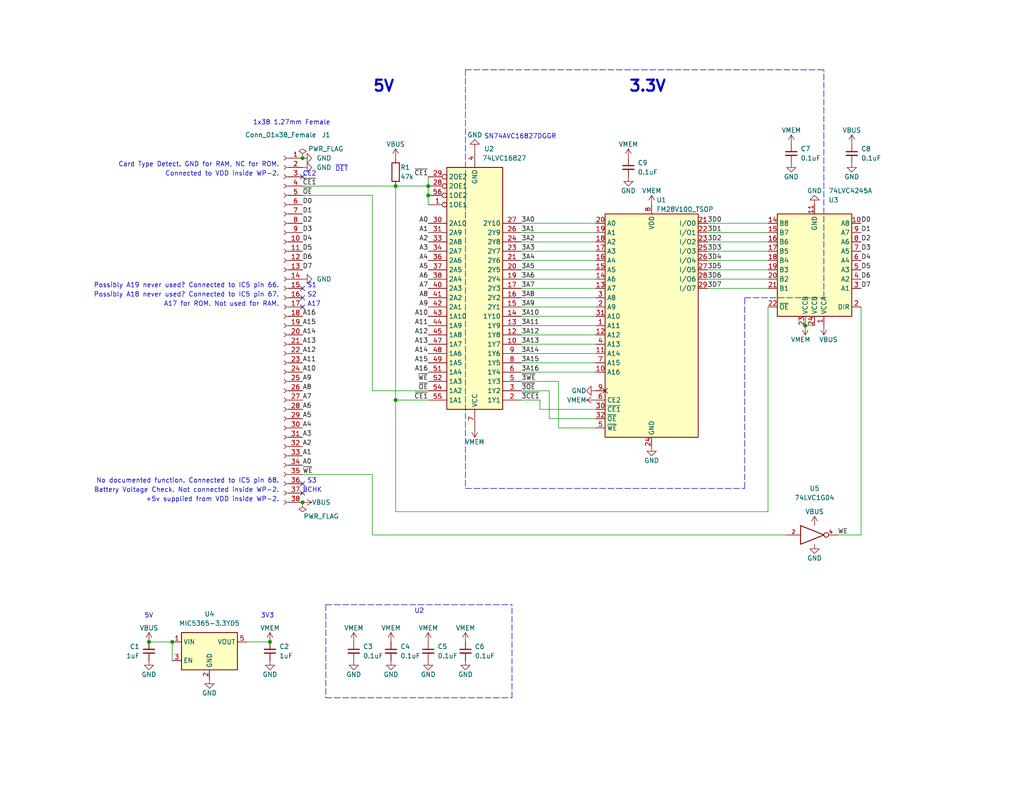
<source format=kicad_sch>
(kicad_sch (version 20211123) (generator eeschema)
  (paper "USLetter")
  (title_block (title "WP-2_IC-Card_FRAM_128K") (date "2023-01-16") (rev "d_001") (company "Brian K. White - b.kenyon.w@gmail.com"))
  (lib_symbols
    (symbol "0_LOCAL:62-65C1024_TSOP-I-32"
      (property "Reference" "U" (at -10.16 31.75 0))
      (property "Value" "62-65C1024_TSOP-I-32" (at 12.7 31.75 0))
      (symbol "62-65C1024_TSOP-I-32_0_1"
        (rectangle (start -12.7 30.48) (end 12.7 -30.48) (stroke (width 0.254)) (fill (type background)))
      )
      (symbol "62-65C1024_TSOP-I-32_1_1"
        (pin input line (at -15.24 0 0) (length 2.54) (name "A11") (number "1"))
        (pin input line (at -15.24 -12.7 0) (length 2.54) (name "A16") (number "10"))
        (pin input line (at -15.24 -7.62 0) (length 2.54) (name "A14") (number "11"))
        (pin input line (at -15.24 -2.54 0) (length 2.54) (name "A12") (number "12"))
        (pin input line (at -15.24 10.16 0) (length 2.54) (name "A7") (number "13"))
        (pin input line (at -15.24 12.7 0) (length 2.54) (name "A6") (number "14"))
        (pin input line (at -15.24 15.24 0) (length 2.54) (name "A5") (number "15"))
        (pin input line (at -15.24 17.78 0) (length 2.54) (name "A4") (number "16"))
        (pin input line (at -15.24 20.32 0) (length 2.54) (name "A3") (number "17"))
        (pin input line (at -15.24 22.86 0) (length 2.54) (name "A2") (number "18"))
        (pin input line (at -15.24 25.4 0) (length 2.54) (name "A1") (number "19"))
        (pin input line (at -15.24 5.08 0) (length 2.54) (name "A9") (number "2"))
        (pin input line (at -15.24 27.94 0) (length 2.54) (name "A0") (number "20"))
        (pin bidirectional line (at 15.24 27.94 180) (length 2.54) (name "I/O0") (number "21"))
        (pin bidirectional line (at 15.24 25.4 180) (length 2.54) (name "I/O1") (number "22"))
        (pin bidirectional line (at 15.24 22.86 180) (length 2.54) (name "I/O2") (number "23"))
        (pin power_in line (at 0 -33.02 90) (length 2.54) (name "GND") (number "24"))
        (pin bidirectional line (at 15.24 20.32 180) (length 2.54) (name "I/O3") (number "25"))
        (pin bidirectional line (at 15.24 17.78 180) (length 2.54) (name "I/O4") (number "26"))
        (pin bidirectional line (at 15.24 15.24 180) (length 2.54) (name "I/O5") (number "27"))
        (pin bidirectional line (at 15.24 12.7 180) (length 2.54) (name "I/O6") (number "28"))
        (pin bidirectional line (at 15.24 10.16 180) (length 2.54) (name "I/O7") (number "29"))
        (pin input line (at -15.24 7.62 0) (length 2.54) (name "A8") (number "3"))
        (pin input line (at -15.24 -22.86 0) (length 2.54) (name "~{CE1}") (number "30"))
        (pin input line (at -15.24 2.54 0) (length 2.54) (name "A10") (number "31"))
        (pin input line (at -15.24 -25.4 0) (length 2.54) (name "~{OE}") (number "32"))
        (pin input line (at -15.24 -5.08 0) (length 2.54) (name "A13") (number "4"))
        (pin input line (at -15.24 -27.94 0) (length 2.54) (name "~{WE}") (number "5"))
        (pin input line (at -15.24 -20.32 0) (length 2.54) (name "CE2") (number "6"))
        (pin input line (at -15.24 -10.16 0) (length 2.54) (name "A15") (number "7"))
        (pin power_in line (at 0 33.02 270) (length 2.54) (name "VDD") (number "8"))
        (pin passive non_logic (at -15.24 -17.78 0) (length 2.54) (name "~") (number "9"))
      )
    )
    (symbol "0_LOCAL:74LVC1G04" (pin_names (offset 1.016))
      (property "Reference" "U" (at -2.54 3.81 0))
      (property "Value" "74LVC1G04" (at 0 -3.81 0))
      (symbol "74LVC1G04_0_1"
        (polyline (pts (xy -3.81 2.54) (xy -3.81 -2.54) (xy 2.54 0) (xy -3.81 2.54)) (stroke (width 0.254)))
      )
      (symbol "74LVC1G04_1_1"
        (pin input line (at -7.62 0 0) (length 3.81) (name "~") (number "2"))
        (pin power_in line (at 0 -2.54 270) (length 0) hide (name "GND") (number "3"))
        (pin output inverted (at 6.35 0 180) (length 3.81) (name "~") (number "4"))
        (pin power_in line (at 0 2.54 90) (length 0) hide (name "VCC") (number "5"))
      )
    )
    (symbol "0_LOCAL:C_Small" (pin_numbers hide) (pin_names (offset 0.254) hide)
      (property "Reference" "C" (at 0.254 1.778 0))
      (property "Value" "C_Small" (at 0.254 -2.032 0))
      (symbol "C_Small_0_1"
        (polyline (pts (xy -1.524 -0.508) (xy 1.524 -0.508)) (stroke (width 0.3302)))
        (polyline (pts (xy -1.524 0.508) (xy 1.524 0.508)) (stroke (width 0.3048)))
      )
      (symbol "C_Small_1_1"
        (pin passive line (at 0 2.54 270) (length 2.032) (name "~") (number "1"))
        (pin passive line (at 0 -2.54 90) (length 2.032) (name "~") (number "2"))
      )
    )
    (symbol "0_LOCAL:Conn_01x38_Female" (pin_names (offset 1.016) hide)
      (property "Reference" "J" (at 0 48.26 0))
      (property "Value" "Conn_01x38_Female" (at 0 -50.8 0))
      (symbol "Conn_01x38_Female_1_1"
        (arc (start 0 -47.752) (mid -0.508 -48.26) (end 0 -48.768) (stroke (width 0.1524)))
        (arc (start 0 -45.212) (mid -0.508 -45.72) (end 0 -46.228) (stroke (width 0.1524)))
        (arc (start 0 -42.672) (mid -0.508 -43.18) (end 0 -43.688) (stroke (width 0.1524)))
        (arc (start 0 -40.132) (mid -0.508 -40.64) (end 0 -41.148) (stroke (width 0.1524)))
        (arc (start 0 -37.592) (mid -0.508 -38.1) (end 0 -38.608) (stroke (width 0.1524)))
        (arc (start 0 -35.052) (mid -0.508 -35.56) (end 0 -36.068) (stroke (width 0.1524)))
        (arc (start 0 -32.512) (mid -0.508 -33.02) (end 0 -33.528) (stroke (width 0.1524)))
        (arc (start 0 -29.972) (mid -0.508 -30.48) (end 0 -30.988) (stroke (width 0.1524)))
        (arc (start 0 -27.432) (mid -0.508 -27.94) (end 0 -28.448) (stroke (width 0.1524)))
        (arc (start 0 -24.892) (mid -0.508 -25.4) (end 0 -25.908) (stroke (width 0.1524)))
        (arc (start 0 -22.352) (mid -0.508 -22.86) (end 0 -23.368) (stroke (width 0.1524)))
        (arc (start 0 -19.812) (mid -0.508 -20.32) (end 0 -20.828) (stroke (width 0.1524)))
        (arc (start 0 -17.272) (mid -0.508 -17.78) (end 0 -18.288) (stroke (width 0.1524)))
        (arc (start 0 -14.732) (mid -0.508 -15.24) (end 0 -15.748) (stroke (width 0.1524)))
        (arc (start 0 -12.192) (mid -0.508 -12.7) (end 0 -13.208) (stroke (width 0.1524)))
        (arc (start 0 -9.652) (mid -0.508 -10.16) (end 0 -10.668) (stroke (width 0.1524)))
        (arc (start 0 -7.112) (mid -0.508 -7.62) (end 0 -8.128) (stroke (width 0.1524)))
        (arc (start 0 -4.572) (mid -0.508 -5.08) (end 0 -5.588) (stroke (width 0.1524)))
        (arc (start 0 -2.032) (mid -0.508 -2.54) (end 0 -3.048) (stroke (width 0.1524)))
        (polyline (pts (xy -1.27 -48.26) (xy -0.508 -48.26)) (stroke (width 0.1524)))
        (polyline (pts (xy -1.27 -45.72) (xy -0.508 -45.72)) (stroke (width 0.1524)))
        (polyline (pts (xy -1.27 -43.18) (xy -0.508 -43.18)) (stroke (width 0.1524)))
        (polyline (pts (xy -1.27 -40.64) (xy -0.508 -40.64)) (stroke (width 0.1524)))
        (polyline (pts (xy -1.27 -38.1) (xy -0.508 -38.1)) (stroke (width 0.1524)))
        (polyline (pts (xy -1.27 -35.56) (xy -0.508 -35.56)) (stroke (width 0.1524)))
        (polyline (pts (xy -1.27 -33.02) (xy -0.508 -33.02)) (stroke (width 0.1524)))
        (polyline (pts (xy -1.27 -30.48) (xy -0.508 -30.48)) (stroke (width 0.1524)))
        (polyline (pts (xy -1.27 -27.94) (xy -0.508 -27.94)) (stroke (width 0.1524)))
        (polyline (pts (xy -1.27 -25.4) (xy -0.508 -25.4)) (stroke (width 0.1524)))
        (polyline (pts (xy -1.27 -22.86) (xy -0.508 -22.86)) (stroke (width 0.1524)))
        (polyline (pts (xy -1.27 -20.32) (xy -0.508 -20.32)) (stroke (width 0.1524)))
        (polyline (pts (xy -1.27 -17.78) (xy -0.508 -17.78)) (stroke (width 0.1524)))
        (polyline (pts (xy -1.27 -15.24) (xy -0.508 -15.24)) (stroke (width 0.1524)))
        (polyline (pts (xy -1.27 -12.7) (xy -0.508 -12.7)) (stroke (width 0.1524)))
        (polyline (pts (xy -1.27 -10.16) (xy -0.508 -10.16)) (stroke (width 0.1524)))
        (polyline (pts (xy -1.27 -7.62) (xy -0.508 -7.62)) (stroke (width 0.1524)))
        (polyline (pts (xy -1.27 -5.08) (xy -0.508 -5.08)) (stroke (width 0.1524)))
        (polyline (pts (xy -1.27 -2.54) (xy -0.508 -2.54)) (stroke (width 0.1524)))
        (polyline (pts (xy -1.27 0) (xy -0.508 0)) (stroke (width 0.1524)))
        (polyline (pts (xy -1.27 2.54) (xy -0.508 2.54)) (stroke (width 0.1524)))
        (polyline (pts (xy -1.27 5.08) (xy -0.508 5.08)) (stroke (width 0.1524)))
        (polyline (pts (xy -1.27 7.62) (xy -0.508 7.62)) (stroke (width 0.1524)))
        (polyline (pts (xy -1.27 10.16) (xy -0.508 10.16)) (stroke (width 0.1524)))
        (polyline (pts (xy -1.27 12.7) (xy -0.508 12.7)) (stroke (width 0.1524)))
        (polyline (pts (xy -1.27 15.24) (xy -0.508 15.24)) (stroke (width 0.1524)))
        (polyline (pts (xy -1.27 17.78) (xy -0.508 17.78)) (stroke (width 0.1524)))
        (polyline (pts (xy -1.27 20.32) (xy -0.508 20.32)) (stroke (width 0.1524)))
        (polyline (pts (xy -1.27 22.86) (xy -0.508 22.86)) (stroke (width 0.1524)))
        (polyline (pts (xy -1.27 25.4) (xy -0.508 25.4)) (stroke (width 0.1524)))
        (polyline (pts (xy -1.27 27.94) (xy -0.508 27.94)) (stroke (width 0.1524)))
        (polyline (pts (xy -1.27 30.48) (xy -0.508 30.48)) (stroke (width 0.1524)))
        (polyline (pts (xy -1.27 33.02) (xy -0.508 33.02)) (stroke (width 0.1524)))
        (polyline (pts (xy -1.27 35.56) (xy -0.508 35.56)) (stroke (width 0.1524)))
        (polyline (pts (xy -1.27 38.1) (xy -0.508 38.1)) (stroke (width 0.1524)))
        (polyline (pts (xy -1.27 40.64) (xy -0.508 40.64)) (stroke (width 0.1524)))
        (polyline (pts (xy -1.27 43.18) (xy -0.508 43.18)) (stroke (width 0.1524)))
        (polyline (pts (xy -1.27 45.72) (xy -0.508 45.72)) (stroke (width 0.1524)))
        (arc (start 0 0.508) (mid -0.508 0) (end 0 -0.508) (stroke (width 0.1524)))
        (arc (start 0 3.048) (mid -0.508 2.54) (end 0 2.032) (stroke (width 0.1524)))
        (arc (start 0 5.588) (mid -0.508 5.08) (end 0 4.572) (stroke (width 0.1524)))
        (arc (start 0 8.128) (mid -0.508 7.62) (end 0 7.112) (stroke (width 0.1524)))
        (arc (start 0 10.668) (mid -0.508 10.16) (end 0 9.652) (stroke (width 0.1524)))
        (arc (start 0 13.208) (mid -0.508 12.7) (end 0 12.192) (stroke (width 0.1524)))
        (arc (start 0 15.748) (mid -0.508 15.24) (end 0 14.732) (stroke (width 0.1524)))
        (arc (start 0 18.288) (mid -0.508 17.78) (end 0 17.272) (stroke (width 0.1524)))
        (arc (start 0 20.828) (mid -0.508 20.32) (end 0 19.812) (stroke (width 0.1524)))
        (arc (start 0 23.368) (mid -0.508 22.86) (end 0 22.352) (stroke (width 0.1524)))
        (arc (start 0 25.908) (mid -0.508 25.4) (end 0 24.892) (stroke (width 0.1524)))
        (arc (start 0 28.448) (mid -0.508 27.94) (end 0 27.432) (stroke (width 0.1524)))
        (arc (start 0 30.988) (mid -0.508 30.48) (end 0 29.972) (stroke (width 0.1524)))
        (arc (start 0 33.528) (mid -0.508 33.02) (end 0 32.512) (stroke (width 0.1524)))
        (arc (start 0 36.068) (mid -0.508 35.56) (end 0 35.052) (stroke (width 0.1524)))
        (arc (start 0 38.608) (mid -0.508 38.1) (end 0 37.592) (stroke (width 0.1524)))
        (arc (start 0 41.148) (mid -0.508 40.64) (end 0 40.132) (stroke (width 0.1524)))
        (arc (start 0 43.688) (mid -0.508 43.18) (end 0 42.672) (stroke (width 0.1524)))
        (arc (start 0 46.228) (mid -0.508 45.72) (end 0 45.212) (stroke (width 0.1524)))
        (pin passive line (at -5.08 45.72 0) (length 3.81) (name "Pin_1") (number "1"))
        (pin passive line (at -5.08 22.86 0) (length 3.81) (name "Pin_10") (number "10"))
        (pin passive line (at -5.08 20.32 0) (length 3.81) (name "Pin_11") (number "11"))
        (pin passive line (at -5.08 17.78 0) (length 3.81) (name "Pin_12") (number "12"))
        (pin passive line (at -5.08 15.24 0) (length 3.81) (name "Pin_13") (number "13"))
        (pin passive line (at -5.08 12.7 0) (length 3.81) (name "Pin_14") (number "14"))
        (pin passive line (at -5.08 10.16 0) (length 3.81) (name "Pin_15") (number "15"))
        (pin passive line (at -5.08 7.62 0) (length 3.81) (name "Pin_16") (number "16"))
        (pin passive line (at -5.08 5.08 0) (length 3.81) (name "Pin_17") (number "17"))
        (pin passive line (at -5.08 2.54 0) (length 3.81) (name "Pin_18") (number "18"))
        (pin passive line (at -5.08 0 0) (length 3.81) (name "Pin_19") (number "19"))
        (pin passive line (at -5.08 43.18 0) (length 3.81) (name "Pin_2") (number "2"))
        (pin passive line (at -5.08 -2.54 0) (length 3.81) (name "Pin_20") (number "20"))
        (pin passive line (at -5.08 -5.08 0) (length 3.81) (name "Pin_21") (number "21"))
        (pin passive line (at -5.08 -7.62 0) (length 3.81) (name "Pin_22") (number "22"))
        (pin passive line (at -5.08 -10.16 0) (length 3.81) (name "Pin_23") (number "23"))
        (pin passive line (at -5.08 -12.7 0) (length 3.81) (name "Pin_24") (number "24"))
        (pin passive line (at -5.08 -15.24 0) (length 3.81) (name "Pin_25") (number "25"))
        (pin passive line (at -5.08 -17.78 0) (length 3.81) (name "Pin_26") (number "26"))
        (pin passive line (at -5.08 -20.32 0) (length 3.81) (name "Pin_27") (number "27"))
        (pin passive line (at -5.08 -22.86 0) (length 3.81) (name "Pin_28") (number "28"))
        (pin passive line (at -5.08 -25.4 0) (length 3.81) (name "Pin_29") (number "29"))
        (pin passive line (at -5.08 40.64 0) (length 3.81) (name "Pin_3") (number "3"))
        (pin passive line (at -5.08 -27.94 0) (length 3.81) (name "Pin_30") (number "30"))
        (pin passive line (at -5.08 -30.48 0) (length 3.81) (name "Pin_31") (number "31"))
        (pin passive line (at -5.08 -33.02 0) (length 3.81) (name "Pin_32") (number "32"))
        (pin passive line (at -5.08 -35.56 0) (length 3.81) (name "Pin_33") (number "33"))
        (pin passive line (at -5.08 -38.1 0) (length 3.81) (name "Pin_34") (number "34"))
        (pin passive line (at -5.08 -40.64 0) (length 3.81) (name "Pin_35") (number "35"))
        (pin passive line (at -5.08 -43.18 0) (length 3.81) (name "Pin_36") (number "36"))
        (pin passive line (at -5.08 -45.72 0) (length 3.81) (name "Pin_37") (number "37"))
        (pin passive line (at -5.08 -48.26 0) (length 3.81) (name "Pin_38") (number "38"))
        (pin passive line (at -5.08 38.1 0) (length 3.81) (name "Pin_4") (number "4"))
        (pin passive line (at -5.08 35.56 0) (length 3.81) (name "Pin_5") (number "5"))
        (pin passive line (at -5.08 33.02 0) (length 3.81) (name "Pin_6") (number "6"))
        (pin passive line (at -5.08 30.48 0) (length 3.81) (name "Pin_7") (number "7"))
        (pin passive line (at -5.08 27.94 0) (length 3.81) (name "Pin_8") (number "8"))
        (pin passive line (at -5.08 25.4 0) (length 3.81) (name "Pin_9") (number "9"))
      )
    )
    (symbol "0_LOCAL:MIC5365-3.3YD5"
      (property "Reference" "U" (at -7.62 6.35 0))
      (property "Value" "MIC5365-3.3YD5" (at 0 6.35 0))
      (symbol "MIC5365-3.3YD5_0_1"
        (rectangle (start -7.62 -5.08) (end 7.62 5.08) (stroke (width 0.254)) (fill (type background)))
      )
      (symbol "MIC5365-3.3YD5_1_1"
        (pin power_in line (at -10.16 2.54 0) (length 2.54) (name "VIN") (number "1"))
        (pin power_in line (at 0 -7.62 90) (length 2.54) (name "GND") (number "2"))
        (pin input line (at -10.16 -2.54 0) (length 2.54) (name "EN") (number "3"))
        (pin no_connect line (at 7.62 -2.54 180) (length 2.54) hide (name "NC") (number "4"))
        (pin power_out line (at 10.16 2.54 180) (length 2.54) (name "VOUT") (number "5"))
      )
    )
    (symbol "0_LOCAL:R" (pin_numbers hide) (pin_names (offset 0))
      (property "Reference" "R" (at 2.032 0 90))
      (property "Value" "R" (at 0 0 90))
      (symbol "R_0_1"
        (rectangle (start -1.016 -2.54) (end 1.016 2.54) (stroke (width 0.254)))
      )
      (symbol "R_1_1"
        (pin passive line (at 0 3.81 270) (length 1.27) (name "~") (number "1"))
        (pin passive line (at 0 -3.81 90) (length 1.27) (name "~") (number "2"))
      )
    )
    (symbol "0_LOCAL:SN74AVC16827DGGR"
      (property "Reference" "U" (at -6.35 34.29 0))
      (property "Value" "SN74AVC16827DGGR" (at 10.16 34.29 0))
      (symbol "SN74AVC16827DGGR_0_1"
        (rectangle (start -7.62 33.02) (end 7.62 -33.02) (stroke (width 0.254)) (fill (type background)))
      )
      (symbol "SN74AVC16827DGGR_1_1"
        (pin input inverted (at -12.7 -22.86 0) (length 5.08) (name "1OE1") (number "1"))
        (pin output line (at 12.7 15.24 180) (length 5.08) (name "1Y7") (number "10"))
        (pin passive line (at 0 -38.1 90) (length 5.08) hide (name "GND") (number "11"))
        (pin output line (at 12.7 12.7 180) (length 5.08) (name "1Y8") (number "12"))
        (pin output line (at 12.7 10.16 180) (length 5.08) (name "1Y9") (number "13"))
        (pin output line (at 12.7 7.62 180) (length 5.08) (name "1Y10") (number "14"))
        (pin output line (at 12.7 5.08 180) (length 5.08) (name "2Y1") (number "15"))
        (pin output line (at 12.7 2.54 180) (length 5.08) (name "2Y2") (number "16"))
        (pin output line (at 12.7 0 180) (length 5.08) (name "2Y3") (number "17"))
        (pin passive line (at 0 -38.1 90) (length 5.08) hide (name "GND") (number "18"))
        (pin output line (at 12.7 -2.54 180) (length 5.08) (name "2Y4") (number "19"))
        (pin output line (at 12.7 30.48 180) (length 5.08) (name "1Y1") (number "2"))
        (pin output line (at 12.7 -5.08 180) (length 5.08) (name "2Y5") (number "20"))
        (pin output line (at 12.7 -7.62 180) (length 5.08) (name "2Y6") (number "21"))
        (pin passive line (at 0 38.1 270) (length 5.08) hide (name "VCC") (number "22"))
        (pin output line (at 12.7 -10.16 180) (length 5.08) (name "2Y7") (number "23"))
        (pin output line (at 12.7 -12.7 180) (length 5.08) (name "2Y8") (number "24"))
        (pin passive line (at 0 -38.1 90) (length 5.08) hide (name "GND") (number "25"))
        (pin output line (at 12.7 -15.24 180) (length 5.08) (name "2Y9") (number "26"))
        (pin output line (at 12.7 -17.78 180) (length 5.08) (name "2Y10") (number "27"))
        (pin input inverted (at -12.7 -27.94 0) (length 5.08) (name "2OE1") (number "28"))
        (pin input inverted (at -12.7 -30.48 0) (length 5.08) (name "2OE2") (number "29"))
        (pin output line (at 12.7 27.94 180) (length 5.08) (name "1Y2") (number "3"))
        (pin input line (at -12.7 -17.78 0) (length 5.08) (name "2A10") (number "30"))
        (pin input line (at -12.7 -15.24 0) (length 5.08) (name "2A9") (number "31"))
        (pin passive line (at 0 -38.1 90) (length 5.08) hide (name "GND") (number "32"))
        (pin input line (at -12.7 -12.7 0) (length 5.08) (name "2A8") (number "33"))
        (pin input line (at -12.7 -10.16 0) (length 5.08) (name "2A7") (number "34"))
        (pin passive line (at 0 38.1 270) (length 5.08) hide (name "VCC") (number "35"))
        (pin input line (at -12.7 -7.62 0) (length 5.08) (name "2A6") (number "36"))
        (pin input line (at -12.7 -5.08 0) (length 5.08) (name "2A5") (number "37"))
        (pin input line (at -12.7 -2.54 0) (length 5.08) (name "2A4") (number "38"))
        (pin passive line (at 0 -38.1 90) (length 5.08) hide (name "GND") (number "39"))
        (pin power_in line (at 0 -38.1 90) (length 5.08) (name "GND") (number "4"))
        (pin input line (at -12.7 0 0) (length 5.08) (name "2A3") (number "40"))
        (pin input line (at -12.7 2.54 0) (length 5.08) (name "2A2") (number "41"))
        (pin input line (at -12.7 5.08 0) (length 5.08) (name "2A1") (number "42"))
        (pin input line (at -12.7 7.62 0) (length 5.08) (name "1A10") (number "43"))
        (pin input line (at -12.7 10.16 0) (length 5.08) (name "1A9") (number "44"))
        (pin input line (at -12.7 12.7 0) (length 5.08) (name "1A8") (number "45"))
        (pin passive line (at 0 -38.1 90) (length 5.08) hide (name "GND") (number "46"))
        (pin input line (at -12.7 15.24 0) (length 5.08) (name "1A7") (number "47"))
        (pin input line (at -12.7 17.78 0) (length 5.08) (name "1A6") (number "48"))
        (pin input line (at -12.7 20.32 0) (length 5.08) (name "1A5") (number "49"))
        (pin output line (at 12.7 25.4 180) (length 5.08) (name "1Y3") (number "5"))
        (pin passive line (at 0 38.1 270) (length 5.08) hide (name "VCC") (number "50"))
        (pin input line (at -12.7 22.86 0) (length 5.08) (name "1A4") (number "51"))
        (pin input line (at -12.7 25.4 0) (length 5.08) (name "1A3") (number "52"))
        (pin passive line (at 0 -38.1 90) (length 5.08) hide (name "GND") (number "53"))
        (pin input line (at -12.7 27.94 0) (length 5.08) (name "1A2") (number "54"))
        (pin input line (at -12.7 30.48 0) (length 5.08) (name "1A1") (number "55"))
        (pin input inverted (at -12.7 -25.4 0) (length 5.08) (name "1OE2") (number "56"))
        (pin output line (at 12.7 22.86 180) (length 5.08) (name "1Y4") (number "6"))
        (pin power_in line (at 0 38.1 270) (length 5.08) (name "VCC") (number "7"))
        (pin output line (at 12.7 20.32 180) (length 5.08) (name "1Y5") (number "8"))
        (pin output line (at 12.7 17.78 180) (length 5.08) (name "1Y6") (number "9"))
      )
    )
    (symbol "0_LOCAL:SN74LVC4245A"
      (property "Reference" "U" (at -8.89 13.97 0))
      (property "Value" "SN74LVC4245A" (at 12.7 13.97 0))
      (symbol "SN74LVC4245A_0_1"
        (rectangle (start -10.16 12.7) (end 10.16 -15.24) (stroke (width 0.254)) (fill (type background)))
      )
      (symbol "SN74LVC4245A_1_1"
        (pin power_in line (at -2.54 15.24 270) (length 2.54) (name "VCCA") (number "1"))
        (pin bidirectional line (at -12.7 -12.7 0) (length 2.54) (name "A8") (number "10"))
        (pin power_in line (at 0 -17.78 90) (length 2.54) (name "GND") (number "11"))
        (pin passive line (at 0 -17.78 90) (length 2.54) hide (name "GND") (number "12"))
        (pin passive line (at 0 -17.78 90) (length 2.54) hide (name "GND") (number "13"))
        (pin bidirectional line (at 12.7 -12.7 180) (length 2.54) (name "B8") (number "14"))
        (pin bidirectional line (at 12.7 -10.16 180) (length 2.54) (name "B7") (number "15"))
        (pin bidirectional line (at 12.7 -7.62 180) (length 2.54) (name "B6") (number "16"))
        (pin bidirectional line (at 12.7 -5.08 180) (length 2.54) (name "B5") (number "17"))
        (pin bidirectional line (at 12.7 -2.54 180) (length 2.54) (name "B4") (number "18"))
        (pin bidirectional line (at 12.7 0 180) (length 2.54) (name "B3") (number "19"))
        (pin input line (at -12.7 10.16 0) (length 2.54) (name "DIR") (number "2"))
        (pin bidirectional line (at 12.7 2.54 180) (length 2.54) (name "B2") (number "20"))
        (pin bidirectional line (at 12.7 5.08 180) (length 2.54) (name "B1") (number "21"))
        (pin input line (at 12.7 10.16 180) (length 2.54) (name "~{OE}") (number "22"))
        (pin power_in line (at 2.54 15.24 270) (length 2.54) (name "VCCB") (number "23"))
        (pin power_in line (at 0 15.24 270) (length 2.54) (name "VCCB") (number "24"))
        (pin bidirectional line (at -12.7 5.08 0) (length 2.54) (name "A1") (number "3"))
        (pin bidirectional line (at -12.7 2.54 0) (length 2.54) (name "A2") (number "4"))
        (pin bidirectional line (at -12.7 0 0) (length 2.54) (name "A3") (number "5"))
        (pin bidirectional line (at -12.7 -2.54 0) (length 2.54) (name "A4") (number "6"))
        (pin bidirectional line (at -12.7 -5.08 0) (length 2.54) (name "A5") (number "7"))
        (pin bidirectional line (at -12.7 -7.62 0) (length 2.54) (name "A6") (number "8"))
        (pin bidirectional line (at -12.7 -10.16 0) (length 2.54) (name "A7") (number "9"))
      )
    )
    (symbol "PWR_FLAG_1" (power) (pin_numbers hide) (pin_names (offset 0) hide)
      (property "Value" "PWR_FLAG_1" (at 0 3.81 0))
      (symbol "PWR_FLAG_1_0_0"
        (pin power_out line (at 0 0 90) (length 0) (name "pwr") (number "1"))
      )
      (symbol "PWR_FLAG_1_0_1"
        (polyline (pts (xy 0 0) (xy 0 1.27) (xy -1.016 1.905) (xy 0 2.54) (xy 1.016 1.905) (xy 0 1.27)))
      )
    )
    (symbol "power:GND" (power) (pin_names (offset 0))
      (property "Value" "GND" (at 0 -3.81 0))
      (symbol "GND_0_1"
        (polyline (pts (xy 0 0) (xy 0 -1.27) (xy 1.27 -1.27) (xy 0 -2.54) (xy -1.27 -1.27) (xy 0 -1.27)))
      )
      (symbol "GND_1_1"
        (pin power_in line (at 0 0 270) (length 0) hide (name "GND") (number "1"))
      )
    )
    (symbol "power:PWR_FLAG" (power) (pin_numbers hide) (pin_names (offset 0) hide)
      (property "Value" "PWR_FLAG" (at 0 3.81 0))
      (symbol "PWR_FLAG_0_0"
        (pin power_out line (at 0 0 90) (length 0) (name "pwr") (number "1"))
      )
      (symbol "PWR_FLAG_0_1"
        (polyline (pts (xy 0 0) (xy 0 1.27) (xy -1.016 1.905) (xy 0 2.54) (xy 1.016 1.905) (xy 0 1.27)))
      )
    )
    (symbol "power:VBUS" (power) (pin_names (offset 0))
      (property "Value" "VBUS" (at 0 3.81 0))
      (symbol "VBUS_0_1"
        (polyline (pts (xy -0.762 1.27) (xy 0 2.54)))
        (polyline (pts (xy 0 0) (xy 0 2.54)))
        (polyline (pts (xy 0 2.54) (xy 0.762 1.27)))
      )
      (symbol "VBUS_1_1"
        (pin power_in line (at 0 0 90) (length 0) hide (name "VBUS") (number "1"))
      )
    )
    (symbol "power:VMEM" (power) (pin_names (offset 0))
      (property "Value" "VMEM" (at 0 3.81 0))
      (symbol "VMEM_0_1"
        (polyline (pts (xy -0.762 1.27) (xy 0 2.54)))
        (polyline (pts (xy 0 0) (xy 0 2.54)))
        (polyline (pts (xy 0 2.54) (xy 0.762 1.27)))
      )
      (symbol "VMEM_1_1"
        (pin power_in line (at 0 0 90) (length 0) hide (name "VMEM") (number "1"))
      )
    )
  )
  (junction (at 219.71 88.9))
  (junction (at 82.55 137.16))
  (junction (at 116.84 53.34))
  (junction (at 73.66 175.26))
  (junction (at 40.64 175.26))
  (junction (at 82.55 43.18))
  (junction (at 46.99 175.26))
  (junction (at 107.95 109.22))
  (junction (at 107.95 50.8))
  (junction (at 116.84 50.8))
  (no_connect (at 82.55 48.26))
  (no_connect (at 82.55 81.28))
  (no_connect (at 82.55 134.62))
  (no_connect (at 82.55 132.08))
  (no_connect (at 82.55 83.82))
  (no_connect (at 82.55 78.74))
  (wire (pts (xy 162.56 114.3) (xy 149.86 114.3)))
  (wire (pts (xy 101.6 146.05) (xy 214.63 146.05)))
  (wire (pts (xy 152.4 104.14) (xy 152.4 116.84)))
  (wire (pts (xy 142.24 106.68) (xy 149.86 106.68)))
  (wire (pts (xy 142.24 99.06) (xy 162.56 99.06)))
  (wire (pts (xy 147.32 111.76) (xy 162.56 111.76)))
  (wire (pts (xy 142.24 76.2) (xy 162.56 76.2)))
  (polyline (pts (xy 127 19.05) (xy 224.79 19.05)))
  (wire (pts (xy 82.55 129.54) (xy 101.6 129.54)))
  (wire (pts (xy 142.24 68.58) (xy 162.56 68.58)))
  (wire (pts (xy 142.24 91.44) (xy 162.56 91.44)))
  (polyline (pts (xy 224.79 81.28) (xy 224.79 19.05)))
  (wire (pts (xy 142.24 109.22) (xy 147.32 109.22)))
  (wire (pts (xy 116.84 48.26) (xy 116.84 50.8)))
  (polyline (pts (xy 139.7 190.5) (xy 139.7 165.1)))
  (wire (pts (xy 193.04 73.66) (xy 209.55 73.66)))
  (wire (pts (xy 116.84 50.8) (xy 116.84 53.34)))
  (wire (pts (xy 142.24 73.66) (xy 162.56 73.66)))
  (wire (pts (xy 209.55 139.7) (xy 209.55 83.82)))
  (wire (pts (xy 193.04 66.04) (xy 209.55 66.04)))
  (wire (pts (xy 193.04 76.2) (xy 209.55 76.2)))
  (wire (pts (xy 228.6 146.05) (xy 234.95 146.05)))
  (wire (pts (xy 142.24 60.96) (xy 162.56 60.96)))
  (wire (pts (xy 193.04 71.12) (xy 209.55 71.12)))
  (wire (pts (xy 142.24 63.5) (xy 162.56 63.5)))
  (wire (pts (xy 46.99 175.26) (xy 46.99 180.34)))
  (wire (pts (xy 107.95 109.22) (xy 107.95 139.7)))
  (wire (pts (xy 147.32 109.22) (xy 147.32 111.76)))
  (wire (pts (xy 101.6 53.34) (xy 101.6 106.68)))
  (wire (pts (xy 193.04 78.74) (xy 209.55 78.74)))
  (wire (pts (xy 142.24 104.14) (xy 152.4 104.14)))
  (wire (pts (xy 193.04 68.58) (xy 209.55 68.58)))
  (wire (pts (xy 116.84 53.34) (xy 116.84 55.88)))
  (wire (pts (xy 142.24 101.6) (xy 162.56 101.6)))
  (wire (pts (xy 142.24 78.74) (xy 162.56 78.74)))
  (polyline (pts (xy 127 133.35) (xy 203.2 133.35)))
  (wire (pts (xy 40.64 175.26) (xy 46.99 175.26)))
  (wire (pts (xy 142.24 83.82) (xy 162.56 83.82)))
  (wire (pts (xy 142.24 96.52) (xy 162.56 96.52)))
  (wire (pts (xy 193.04 60.96) (xy 209.55 60.96)))
  (wire (pts (xy 149.86 106.68) (xy 149.86 114.3)))
  (wire (pts (xy 142.24 71.12) (xy 162.56 71.12)))
  (wire (pts (xy 107.95 109.22) (xy 107.95 50.8)))
  (wire (pts (xy 67.31 175.26) (xy 73.66 175.26)))
  (wire (pts (xy 193.04 63.5) (xy 209.55 63.5)))
  (polyline (pts (xy 127 19.05) (xy 127 133.35)))
  (wire (pts (xy 142.24 88.9) (xy 162.56 88.9)))
  (polyline (pts (xy 203.2 133.35) (xy 203.2 81.28)))
  (wire (pts (xy 222.25 88.9) (xy 219.71 88.9)))
  (wire (pts (xy 142.24 86.36) (xy 162.56 86.36)))
  (wire (pts (xy 101.6 129.54) (xy 101.6 146.05)))
  (wire (pts (xy 234.95 146.05) (xy 234.95 83.82)))
  (polyline (pts (xy 203.2 81.28) (xy 224.79 81.28)))
  (polyline (pts (xy 88.9 190.5) (xy 139.7 190.5)))
  (wire (pts (xy 107.95 50.8) (xy 116.84 50.8)))
  (wire (pts (xy 82.55 50.8) (xy 107.95 50.8)))
  (wire (pts (xy 101.6 106.68) (xy 116.84 106.68)))
  (wire (pts (xy 82.55 53.34) (xy 101.6 53.34)))
  (wire (pts (xy 107.95 139.7) (xy 209.55 139.7)))
  (polyline (pts (xy 88.9 165.1) (xy 88.9 190.5)))
  (wire (pts (xy 107.95 109.22) (xy 116.84 109.22)))
  (wire (pts (xy 152.4 116.84) (xy 162.56 116.84)))
  (polyline (pts (xy 88.9 165.1) (xy 139.7 165.1)))
  (wire (pts (xy 142.24 66.04) (xy 162.56 66.04)))
  (wire (pts (xy 142.24 81.28) (xy 162.56 81.28)))
  (wire (pts (xy 142.24 93.98) (xy 162.56 93.98)))
  (text "5V" (at 39.37 168.91 0) (effects (font (size 1.27 1.27)) (justify left bottom)))
  (text "Connected to VDD inside WP-2." (at 76.2 48.26 180) (effects (font (size 1.27 1.27)) (justify right bottom)))
  (text "BCHK" (at 82.55 134.62 0) (effects (font (size 1.27 1.27)) (justify left bottom)))
  (text "CE2" (at 82.55 48.26 0) (effects (font (size 1.27 1.27)) (justify left bottom)))
  (text "S1" (at 83.82 78.74 0) (effects (font (size 1.27 1.27)) (justify left bottom)))
  (text "3.3V" (at 171.45 25.4 0) (effects (font (size 3 3) (thickness 0.6) bold) (justify left bottom)))
  (text "+5v supplied from VDD inside WP-2." (at 76.2 137.16 180) (effects (font (size 1.27 1.27)) (justify right bottom)))
  (text "A17" (at 83.82 83.82 0) (effects (font (size 1.27 1.27)) (justify left bottom)))
  (text "1x38 1.27mm Female" (at 90.17 34.29 180) (effects (font (size 1.27 1.27)) (justify right bottom)))
  (text "No documented function. Connected to IC5 pin 68." (at 76.2 132.08 180) (effects (font (size 1.27 1.27)) (justify right bottom)))
  (text "Possibly A19 never used? Connected to IC5 pin 66." (at 76.2 78.74 180) (effects (font (size 1.27 1.27)) (justify right bottom)))
  (text "U2" (at 113.03 167.64 0) (effects (font (size 1.27 1.27)) (justify left bottom)))
  (text "5V" (at 101.6 25.4 0) (effects (font (size 3 3) (thickness 0.6) bold) (justify left bottom)))
  (text "Battery Voltage Check. Not connected inside WP-2." (at 76.2 134.62 180) (effects (font (size 1.27 1.27)) (justify right bottom)))
  (text "~{DET}" (at 91.44 46.99 0) (effects (font (size 1.27 1.27)) (justify left bottom)))
  (text "Possibly A18 never used? Connected to IC5 pin 67." (at 76.2 81.28 180) (effects (font (size 1.27 1.27)) (justify right bottom)))
  (text "S2" (at 83.82 81.28 0) (effects (font (size 1.27 1.27)) (justify left bottom)))
  (text "Card Type Detect. GND for RAM, NC for ROM." (at 76.2 45.72 180) (effects (font (size 1.27 1.27)) (justify right bottom)))
  (text "A17 for ROM. Not used for RAM." (at 76.2 83.82 180) (effects (font (size 1.27 1.27)) (justify right bottom)))
  (text "SN74AVC16827DGGR" (at 132.08 38.1 0) (effects (font (size 1.27 1.27)) (justify left bottom)))
  (text "S3" (at 83.82 132.08 0) (effects (font (size 1.27 1.27)) (justify left bottom)))
  (text "3V3" (at 71.12 168.91 0) (effects (font (size 1.27 1.27)) (justify left bottom)))
  (label "A3" (at 116.84 68.58 180))
  (label "A10" (at 82.55 101.6 0))
  (label "D3" (at 234.95 68.58 0))
  (label "3A7" (at 142.24 78.74 0))
  (label "A1" (at 116.84 63.5 180))
  (label "D0" (at 82.55 55.88 0))
  (label "D7" (at 234.95 78.74 0))
  (label "3D2" (at 193.04 66.04 0))
  (label "3A13" (at 142.24 93.98 0))
  (label "D0" (at 234.95 60.96 0))
  (label "A11" (at 82.55 99.06 0))
  (label "3A1" (at 142.24 63.5 0))
  (label "A11" (at 116.84 88.9 180))
  (label "~{CE1}" (at 82.55 50.8 0))
  (label "A13" (at 116.84 93.98 180))
  (label "~{CE1}" (at 116.84 109.22 180))
  (label "A15" (at 116.84 99.06 180))
  (label "~{3WE}" (at 142.24 104.14 0))
  (label "3A5" (at 142.24 73.66 0))
  (label "D3" (at 82.55 63.5 0))
  (label "A9" (at 82.55 104.14 0))
  (label "A10" (at 116.84 86.36 180))
  (label "~{CE1}" (at 116.84 48.26 180))
  (label "D7" (at 82.55 73.66 0))
  (label "~{3OE}" (at 142.24 106.68 0))
  (label "A14" (at 82.55 91.44 0))
  (label "A16" (at 82.55 86.36 0))
  (label "A2" (at 116.84 66.04 180))
  (label "A4" (at 116.84 71.12 180))
  (label "3A0" (at 142.24 60.96 0))
  (label "A6" (at 116.84 76.2 180))
  (label "~{OE}" (at 116.84 106.68 180))
  (label "3D0" (at 193.04 60.96 0))
  (label "3D6" (at 193.04 76.2 0))
  (label "A8" (at 82.55 106.68 0))
  (label "A14" (at 116.84 96.52 180))
  (label "3A11" (at 142.24 88.9 0))
  (label "D5" (at 82.55 68.58 0))
  (label "3D1" (at 193.04 63.5 0))
  (label "A7" (at 82.55 109.22 0))
  (label "A15" (at 82.55 88.9 0))
  (label "A3" (at 82.55 119.38 0))
  (label "3A4" (at 142.24 71.12 0))
  (label "A8" (at 116.84 81.28 180))
  (label "3D3" (at 193.04 68.58 0))
  (label "A12" (at 82.55 96.52 0))
  (label "A5" (at 82.55 114.3 0))
  (label "A6" (at 82.55 111.76 0))
  (label "D1" (at 82.55 58.42 0))
  (label "3A14" (at 142.24 96.52 0))
  (label "A16" (at 116.84 101.6 180))
  (label "~{OE}" (at 82.55 53.34 0))
  (label "A5" (at 116.84 73.66 180))
  (label "A2" (at 82.55 121.92 0))
  (label "3A8" (at 142.24 81.28 0))
  (label "A7" (at 116.84 78.74 180))
  (label "A13" (at 82.55 93.98 0))
  (label "3A6" (at 142.24 76.2 0))
  (label "3A3" (at 142.24 68.58 0))
  (label "WE" (at 228.6 146.05 0))
  (label "~{3CE1}" (at 142.24 109.22 0))
  (label "D4" (at 234.95 71.12 0))
  (label "3D4" (at 193.04 71.12 0))
  (label "3A16" (at 142.24 101.6 0))
  (label "A0" (at 116.84 60.96 180))
  (label "A12" (at 116.84 91.44 180))
  (label "A9" (at 116.84 83.82 180))
  (label "D2" (at 82.55 60.96 0))
  (label "3A15" (at 142.24 99.06 0))
  (label "A1" (at 82.55 124.46 0))
  (label "~{WE}" (at 82.55 129.54 0))
  (label "3A9" (at 142.24 83.82 0))
  (label "A0" (at 82.55 127 0))
  (label "3A12" (at 142.24 91.44 0))
  (label "D2" (at 234.95 66.04 0))
  (label "D6" (at 234.95 76.2 0))
  (label "D6" (at 82.55 71.12 0))
  (label "3A2" (at 142.24 66.04 0))
  (label "D4" (at 82.55 66.04 0))
  (label "D5" (at 234.95 73.66 0))
  (label "3D5" (at 193.04 73.66 0))
  (label "A4" (at 82.55 116.84 0))
  (label "D1" (at 234.95 63.5 0))
  (label "3D7" (at 193.04 78.74 0))
  (label "3A10" (at 142.24 86.36 0))
  (label "~{WE}" (at 116.84 104.14 180))
  (symbol (lib_id "0_LOCAL:Conn_01x38_Female") (at 77.47 88.9 0) (mirror y) (unit 1)
    (property "Reference" "J1" (at 90.17 36.83 0) (effects (justify left)))
    (property "Value" "Conn_01x38_Female" (at 86.36 36.83 0) (effects (justify left)))
    (property "Footprint" "0_LOCAL:SMS-138-01-x-x_edge" (effects hide))
  )
  (symbol (lib_id "power:GND") (at 82.55 43.18 90) (mirror x) (unit 1)
    (property "Reference" "#PWR0102" (effects hide))
    (property "Value" "GND" (at 86.36 43.18 90) (effects (justify right)))
  )
  (symbol (lib_id "power:GND") (at 82.55 45.72 90) (mirror x) (unit 1)
    (property "Reference" "#PWR0105" (effects hide))
    (property "Value" "GND" (at 86.36 45.72 90) (effects (justify right)))
  )
  (symbol (lib_id "power:GND") (at 177.8 121.92 0) (unit 1)
    (property "Reference" "#PWR0106" (effects hide))
    (property "Value" "GND" (at 177.8 125.73 0))
  )
  (symbol (lib_id "power:GND") (at 82.55 76.2 90) (mirror x) (unit 1)
    (property "Reference" "#PWR0108" (effects hide))
    (property "Value" "GND" (at 86.36 76.2 90) (effects (justify right)))
  )
  (symbol (lib_id "0_LOCAL:C_Small") (at 232.41 41.91 0) (unit 1)
    (property "Reference" "C8" (at 234.95 40.64 0) (effects (justify left)))
    (property "Value" "0.1uF" (at 234.95 43.18 0) (effects (justify left)))
    (property "Footprint" "0_LOCAL:C_0805_1mm" (effects hide))
  )
  (symbol (lib_id "0_LOCAL:C_Small") (at 96.52 177.8 0) (unit 1)
    (property "Reference" "C3" (at 99.06 176.53 0) (effects (justify left)))
    (property "Value" "0.1uF" (at 99.06 179.07 0) (effects (justify left)))
    (property "Footprint" "0_LOCAL:C_0805_1mm" (effects hide))
  )
  (symbol (lib_id "power:PWR_FLAG") (at 82.55 43.18 0) (unit 1)
    (property "Reference" "#FLG0103" (effects hide))
    (property "Value" "PWR_FLAG" (at 88.9 40.64 0))
  )
  (symbol (lib_id "0_LOCAL:C_Small") (at 127 177.8 0) (unit 1)
    (property "Reference" "C6" (at 129.54 176.53 0) (effects (justify left)))
    (property "Value" "0.1uF" (at 129.54 179.07 0) (effects (justify left)))
    (property "Footprint" "0_LOCAL:C_0805_1mm" (effects hide))
  )
  (symbol (lib_id "power:VMEM") (at 171.45 43.18 0) (unit 1)
    (property "Reference" "#PWR0144" (effects hide))
    (property "Value" "VMEM" (at 171.45 39.37 0))
  )
  (symbol (lib_id "power:GND") (at 73.66 180.34 0) (unit 1)
    (property "Reference" "#PWR0113" (effects hide))
    (property "Value" "GND" (at 73.66 184.15 0))
  )
  (symbol (lib_id "power:VBUS") (at 224.79 88.9 180) (unit 1)
    (property "Reference" "#PWR0135" (effects hide))
    (property "Value" "VBUS" (at 228.6 92.71 0) (effects (justify left)))
  )
  (symbol (lib_id "power:GND") (at 129.54 40.64 180) (unit 1)
    (property "Reference" "#PWR0114" (effects hide))
    (property "Value" "GND" (at 129.54 36.83 0))
  )
  (symbol (lib_id "power:VMEM") (at 129.54 116.84 180) (unit 1)
    (property "Reference" "#PWR0115" (effects hide))
    (property "Value" "VMEM" (at 129.54 120.65 0))
  )
  (symbol (lib_id "power:VMEM") (at 219.71 88.9 180) (unit 1)
    (property "Reference" "#PWR0134" (effects hide))
    (property "Value" "VMEM" (at 218.44 92.71 0))
  )
  (symbol (lib_id "power:GND") (at 96.52 180.34 0) (unit 1)
    (property "Reference" "#PWR0104" (effects hide))
    (property "Value" "GND" (at 96.52 184.15 0))
  )
  (symbol (lib_id "0_LOCAL:MIC5365-3.3YD5") (at 57.15 177.8 0) (unit 1)
    (property "Reference" "U4" (at 57.15 167.64 0))
    (property "Value" "MIC5365-3.3YD5" (at 57.15 170.18 0))
    (property "Footprint" "0_LOCAL:TSOT-23-5" (effects hide))
    (property "Datasheet" "http://ww1.microchip.com/downloads/en/DeviceDoc/mic5365.pdf" (effects hide))
  )
  (symbol (lib_id "0_LOCAL:C_Small") (at 106.68 177.8 0) (unit 1)
    (property "Reference" "C4" (at 109.22 176.53 0) (effects (justify left)))
    (property "Value" "0.1uF" (at 109.22 179.07 0) (effects (justify left)))
    (property "Footprint" "0_LOCAL:C_0805_1mm" (effects hide))
  )
  (symbol (lib_id "power:GND") (at 127 180.34 0) (unit 1)
    (property "Reference" "#PWR0120" (effects hide))
    (property "Value" "GND" (at 127 184.15 0))
  )
  (symbol (lib_id "power:GND") (at 222.25 148.59 0) (unit 1)
    (property "Reference" "#PWR0129" (effects hide))
    (property "Value" "GND" (at 222.25 152.4 0))
  )
  (symbol (lib_id "power:GND") (at 171.45 48.26 0) (unit 1)
    (property "Reference" "#PWR0145" (effects hide))
    (property "Value" "GND" (at 171.45 52.07 0))
  )
  (symbol (lib_id "power:GND") (at 222.25 55.88 180) (unit 1)
    (property "Reference" "#PWR0133" (effects hide))
    (property "Value" "GND" (at 222.25 52.07 0))
  )
  (symbol (lib_id "power:VBUS") (at 82.55 137.16 270) (unit 1)
    (property "Reference" "#PWR0116" (effects hide))
    (property "Value" "VBUS" (at 85.09 137.16 90) (effects (justify left)))
  )
  (symbol (lib_id "power:VMEM") (at 215.9 39.37 0) (unit 1)
    (property "Reference" "#PWR0119" (effects hide))
    (property "Value" "VMEM" (at 215.9 35.56 0))
  )
  (symbol (lib_id "power:VBUS") (at 232.41 39.37 0) (unit 1)
    (property "Reference" "#PWR0141" (effects hide))
    (property "Value" "VBUS" (at 232.41 35.56 0))
  )
  (symbol (lib_id "power:VMEM") (at 127 175.26 0) (unit 1)
    (property "Reference" "#PWR0125" (effects hide))
    (property "Value" "VMEM" (at 127 171.45 0))
  )
  (symbol (lib_id "0_LOCAL:SN74AVC16827DGGR") (at 129.54 78.74 0) (mirror x) (unit 1)
    (property "Reference" "U2" (at 132.08 40.64 0) (effects (justify left)))
    (property "Value" "74LVC16827" (at 131.5594 43.18 0) (effects (justify left)))
    (property "Footprint" "0_LOCAL:TSSOP-56_6.1x12.5mm_P0.4mm_0.2mm-pads" (effects hide))
    (property "Datasheet" "http://www.ti.com/lit/ds/symlink/sn74avc16827.pdf" (effects hide))
  )
  (symbol (lib_id "power:VMEM") (at 106.68 175.26 0) (unit 1)
    (property "Reference" "#PWR0123" (effects hide))
    (property "Value" "VMEM" (at 106.68 171.45 0))
  )
  (symbol (lib_id "power:VMEM") (at 162.56 109.22 90) (mirror x) (unit 1)
    (property "Reference" "#PWR0121" (effects hide))
    (property "Value" "VMEM" (at 160.02 109.22 90) (effects (justify left)))
  )
  (symbol (lib_id "power:VMEM") (at 96.52 175.26 0) (unit 1)
    (property "Reference" "#PWR0110" (effects hide))
    (property "Value" "VMEM" (at 96.52 171.45 0))
  )
  (symbol (lib_id "power:GND") (at 57.15 185.42 0) (unit 1)
    (property "Reference" "#PWR0112" (effects hide))
    (property "Value" "GND" (at 57.15 189.23 0))
  )
  (symbol (lib_id "power:GND") (at 232.41 44.45 0) (unit 1)
    (property "Reference" "#PWR0139" (effects hide))
    (property "Value" "GND" (at 232.41 48.26 0))
  )
  (symbol (lib_id "power:GND") (at 162.56 106.68 270) (unit 1)
    (property "Reference" "#PWR0103" (effects hide))
    (property "Value" "GND" (at 160.02 106.68 90) (effects (justify right)))
  )
  (symbol (lib_id "power:GND") (at 215.9 44.45 0) (unit 1)
    (property "Reference" "#PWR0118" (effects hide))
    (property "Value" "GND" (at 215.9 48.26 0))
  )
  (symbol (lib_id "power:VBUS") (at 107.95 43.18 0) (unit 1)
    (property "Reference" "#PWR0128" (effects hide))
    (property "Value" "VBUS" (at 107.95 39.37 0))
  )
  (symbol (lib_id "0_LOCAL:C_Small") (at 73.66 177.8 180) (unit 1)
    (property "Reference" "C2" (at 76.2 176.53 0) (effects (justify right)))
    (property "Value" "1uF" (at 76.2 179.07 0) (effects (justify right)))
    (property "Footprint" "0_LOCAL:C_0805_1mm" (effects hide))
  )
  (symbol (lib_id "power:VMEM") (at 116.84 175.26 0) (unit 1)
    (property "Reference" "#PWR0124" (effects hide))
    (property "Value" "VMEM" (at 116.84 171.45 0))
  )
  (symbol (lib_id "0_LOCAL:74LVC1G04") (at 222.25 146.05 0) (unit 1)
    (property "Reference" "U5" (at 222.25 133.35 0))
    (property "Value" "74LVC1G04" (at 222.25 135.89 0))
    (property "Footprint" "0_LOCAL:TSOT-23-5" (effects hide))
    (property "Datasheet" "http://www.ti.com/lit/sg/scyt129e/scyt129e.pdf" (effects hide))
  )
  (symbol (lib_id "power:VBUS") (at 40.64 175.26 0) (unit 1)
    (property "Reference" "#PWR0107" (effects hide))
    (property "Value" "VBUS" (at 40.64 171.45 0))
  )
  (symbol (lib_id "0_LOCAL:C_Small") (at 215.9 41.91 0) (unit 1)
    (property "Reference" "C7" (at 218.44 40.64 0) (effects (justify left)))
    (property "Value" "0.1uF" (at 218.44 43.18 0) (effects (justify left)))
    (property "Footprint" "0_LOCAL:C_0805_1mm" (effects hide))
  )
  (symbol (lib_id "power:VMEM") (at 177.8 55.88 0) (unit 1)
    (property "Reference" "#PWR0111" (effects hide))
    (property "Value" "VMEM" (at 177.8 52.07 0))
  )
  (symbol (lib_id "0_LOCAL:C_Small") (at 116.84 177.8 0) (unit 1)
    (property "Reference" "C5" (at 119.38 176.53 0) (effects (justify left)))
    (property "Value" "0.1uF" (at 119.38 179.07 0) (effects (justify left)))
    (property "Footprint" "0_LOCAL:C_0805_1mm" (effects hide))
  )
  (symbol (lib_id "0_LOCAL:SN74LVC4245A") (at 222.25 73.66 180) (unit 1)
    (property "Reference" "U3" (at 226.06 54.61 0) (effects (justify right)))
    (property "Value" "74LVC4245A" (at 226.06 52.07 0) (effects (justify right)))
    (property "Footprint" "0_LOCAL:TSSOP-24_4.4x7.8mm_P0.65mm" (effects hide))
    (property "Datasheet" "https://www.ti.com/lit/ds/symlink/sn74avc8t245.pdf" (effects hide))
  )
  (symbol (lib_id "0_LOCAL:R") (at 107.95 46.99 0) (unit 1)
    (property "Reference" "R1" (at 109.22 45.72 0) (effects (justify left)))
    (property "Value" "47k" (at 109.22 48.26 0) (effects (justify left)))
    (property "Footprint" "0_LOCAL:R_0805" (effects hide))
  )
  (symbol (lib_id "power:VMEM") (at 73.66 175.26 0) (unit 1)
    (property "Reference" "#PWR0109" (effects hide))
    (property "Value" "VMEM" (at 73.66 171.45 0))
  )
  (symbol (lib_id "0_LOCAL:C_Small") (at 40.64 177.8 180) (unit 1)
    (property "Reference" "C1" (at 38.1 176.53 0) (effects (justify left)))
    (property "Value" "1uF" (at 38.1 179.07 0) (effects (justify left)))
    (property "Footprint" "0_LOCAL:C_0805_1mm" (effects hide))
  )
  (symbol (lib_id "0_LOCAL:62-65C1024_TSOP-I-32") (at 177.8 88.9 0) (unit 1)
    (property "Reference" "U1" (at 179.07 54.61 0) (effects (justify left)))
    (property "Value" "FM28V100_TSOP" (at 179.07 57.15 0) (effects (justify left)))
    (property "Footprint" "0_LOCAL:TSOP32-14mm" (effects hide))
    (property "Datasheet" "http://www.issi.com/WW/pdf/61-64C5128AL.pdf" (effects hide))
  )
  (symbol (lib_id "power:GND") (at 106.68 180.34 0) (unit 1)
    (property "Reference" "#PWR0117" (effects hide))
    (property "Value" "GND" (at 106.68 184.15 0))
  )
  (symbol (lib_name "PWR_FLAG_1") (lib_id "power:PWR_FLAG") (at 82.55 137.16 0) (mirror x) (unit 1)
    (property "Reference" "#FLG0101" (effects hide))
    (property "Value" "PWR_FLAG" (at 87.63 140.97 0))
  )
  (symbol (lib_id "0_LOCAL:C_Small") (at 171.45 45.72 0) (unit 1)
    (property "Reference" "C9" (at 173.99 44.45 0) (effects (justify left)))
    (property "Value" "0.1uF" (at 173.99 46.99 0) (effects (justify left)))
    (property "Footprint" "0_LOCAL:C_0805_1mm" (effects hide))
  )
  (symbol (lib_id "power:VBUS") (at 222.25 143.51 0) (unit 1)
    (property "Reference" "#PWR0127" (effects hide))
    (property "Value" "VBUS" (at 222.25 139.7 0))
  )
  (symbol (lib_id "power:GND") (at 40.64 180.34 0) (unit 1)
    (property "Reference" "#PWR0101" (effects hide))
    (property "Value" "GND" (at 40.64 184.15 0))
  )
  (symbol (lib_id "power:GND") (at 116.84 180.34 0) (unit 1)
    (property "Reference" "#PWR0122" (effects hide))
    (property "Value" "GND" (at 116.84 184.15 0))
  )
)
</source>
